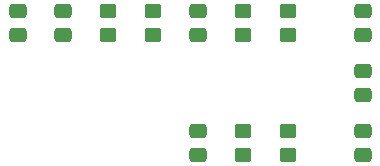
<source format=gbr>
%TF.GenerationSoftware,KiCad,Pcbnew,6.0.1-79c1e3a40b~116~ubuntu20.04.1*%
%TF.CreationDate,2022-02-13T18:37:16+04:00*%
%TF.ProjectId,clock_module,636c6f63-6b5f-46d6-9f64-756c652e6b69,rev?*%
%TF.SameCoordinates,Original*%
%TF.FileFunction,Paste,Bot*%
%TF.FilePolarity,Positive*%
%FSLAX46Y46*%
G04 Gerber Fmt 4.6, Leading zero omitted, Abs format (unit mm)*
G04 Created by KiCad (PCBNEW 6.0.1-79c1e3a40b~116~ubuntu20.04.1) date 2022-02-13 18:37:16*
%MOMM*%
%LPD*%
G01*
G04 APERTURE LIST*
G04 Aperture macros list*
%AMRoundRect*
0 Rectangle with rounded corners*
0 $1 Rounding radius*
0 $2 $3 $4 $5 $6 $7 $8 $9 X,Y pos of 4 corners*
0 Add a 4 corners polygon primitive as box body*
4,1,4,$2,$3,$4,$5,$6,$7,$8,$9,$2,$3,0*
0 Add four circle primitives for the rounded corners*
1,1,$1+$1,$2,$3*
1,1,$1+$1,$4,$5*
1,1,$1+$1,$6,$7*
1,1,$1+$1,$8,$9*
0 Add four rect primitives between the rounded corners*
20,1,$1+$1,$2,$3,$4,$5,0*
20,1,$1+$1,$4,$5,$6,$7,0*
20,1,$1+$1,$6,$7,$8,$9,0*
20,1,$1+$1,$8,$9,$2,$3,0*%
G04 Aperture macros list end*
%ADD10RoundRect,0.250000X-0.475000X0.337500X-0.475000X-0.337500X0.475000X-0.337500X0.475000X0.337500X0*%
%ADD11RoundRect,0.250000X-0.450000X0.350000X-0.450000X-0.350000X0.450000X-0.350000X0.450000X0.350000X0*%
%ADD12RoundRect,0.250000X0.450000X-0.350000X0.450000X0.350000X-0.450000X0.350000X-0.450000X-0.350000X0*%
%ADD13RoundRect,0.250000X0.475000X-0.337500X0.475000X0.337500X-0.475000X0.337500X-0.475000X-0.337500X0*%
G04 APERTURE END LIST*
D10*
%TO.C,C1*%
X85080000Y-50567500D03*
X85080000Y-48492500D03*
%TD*%
D11*
%TO.C,R6*%
X92700000Y-48530000D03*
X92700000Y-50530000D03*
%TD*%
D10*
%TO.C,C6*%
X110490000Y-58652500D03*
X110490000Y-60727500D03*
%TD*%
%TO.C,C4*%
X81270000Y-48492500D03*
X81270000Y-50567500D03*
%TD*%
D11*
%TO.C,R4*%
X100330000Y-48530000D03*
X100330000Y-50530000D03*
%TD*%
D10*
%TO.C,C8*%
X110490000Y-48492500D03*
X110490000Y-50567500D03*
%TD*%
D11*
%TO.C,R2*%
X100330000Y-58690000D03*
X100330000Y-60690000D03*
%TD*%
D10*
%TO.C,C2*%
X96520000Y-58652500D03*
X96520000Y-60727500D03*
%TD*%
D11*
%TO.C,R5*%
X104140000Y-48530000D03*
X104140000Y-50530000D03*
%TD*%
D12*
%TO.C,R1*%
X88890000Y-50530000D03*
X88890000Y-48530000D03*
%TD*%
%TO.C,R3*%
X104140000Y-60690000D03*
X104140000Y-58690000D03*
%TD*%
D13*
%TO.C,C7*%
X110490000Y-55647500D03*
X110490000Y-53572500D03*
%TD*%
D10*
%TO.C,C3*%
X96520000Y-48492500D03*
X96520000Y-50567500D03*
%TD*%
M02*

</source>
